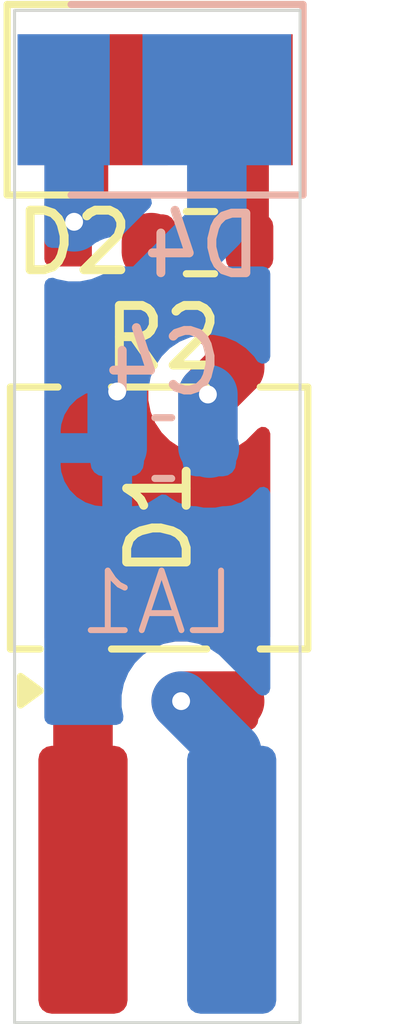
<source format=kicad_pcb>
(kicad_pcb (version 20241229) (generator "pcbnew") (generator_version "9.0")
  (layers (0 "F.Cu" signal) (2 "B.Cu" signal) (13 "F.Paste" user) (15 "B.Paste" user) (5 "F.SilkS" user "F.Silkscreen") (7 "B.SilkS" user "B.Silkscreen") (1 "F.Mask" user) (3 "B.Mask" user) (25 "Edge.Cuts" user))
  (net 0 "")
  (net 1 "GND")
  (net 2 "+12V")
  (net 3 "Net-(LA1--)")
  (net 4 "Net-(LA1-+)")
  (net 5 "/HEAT")
  (net 6 "Net-(D2-A)")
  (footprint "Lampe:Lampenstecker_klein" (layer "F.Cu") (at 92.4 74.1)
    (property "Reference" "LA1" (at 0 -1.15 0) (layer "B.SilkS") (effects (font (thickness 0.1)) (justify mirror)))
    (property "Value" "Lamp")
    (pad "1" smd roundrect (at -1.25 3.5) (size 1.5 4.5) (layers "F.Cu" "F.Mask") (roundrect_rratio 0.15) (net 3 "Net-(LA1--)"))
    (pad "2" smd roundrect (at 1.25 3.5) (size 1.5 4.5) (layers "B.Cu" "B.Mask") (roundrect_rratio 0.15) (net 4 "Net-(LA1-+)"))
  )
  (footprint "LED_SMD:LED_PLCC_2835_Handsoldering" (layer "F.Cu") (at 92.375 64.5)
    (property "Reference" "D2" (at -1.375 2.4 0) (layer "F.SilkS"))
    (property "Value" "LED")
    (fp_line (start -2.5 -1.6) (end -2.5 1.6) (stroke (width 0.12)) (layer "F.SilkS"))
    (fp_line (start 1.4 -1.6) (end -2.5 -1.6) (stroke (width 0.12)) (layer "F.SilkS"))
    (fp_line (start 1.4 1.6) (end -2.5 1.6) (stroke (width 0.12)) (layer "F.SilkS"))
    (pad "1" smd rect (at -1.05 0) (size 2.5 2.2) (layers "F.Cu" "F.Mask" "F.Paste") (net 5 "/HEAT"))
    (pad "2" smd rect (at 1.525 0) (size 1.55 2.2) (layers "F.Cu" "F.Mask" "F.Paste") (net 6 "Net-(D2-A)"))
  )
  (footprint "Resistor_SMD:R_0603_1608Metric" (layer "F.Cu") (at 93.125 66.9)
    (property "Reference" "R2" (at -0.625 1.6 0) (layer "F.SilkS"))
    (property "Value" "200")
    (fp_line (start -0.237258 -0.5225) (end 0.237258 -0.5225) (stroke (width 0.12)) (layer "F.SilkS"))
    (fp_line (start -0.237258 0.5225) (end 0.237258 0.5225) (stroke (width 0.12)) (layer "F.SilkS"))
    (pad "1" smd roundrect (at -0.825 0) (size 0.8 0.95) (layers "F.Cu" "F.Mask" "F.Paste") (net 2 "+12V"))
    (pad "2" smd roundrect (at 0.825 0) (size 0.8 0.95) (layers "F.Cu" "F.Mask" "F.Paste") (net 6 "Net-(D2-A)"))
  )
  (footprint "Package_TO_SOT_SMD:TO-269AA" (layer "F.Cu") (at 92.43 71.525 90)
    (property "Reference" "D1" (at 0 0 90) (layer "F.SilkS"))
    (property "Value" "MB6S")
    (fp_line (start 2.2 -2.5) (end -2.2 -2.5) (stroke (width 0.12)) (layer "F.SilkS"))
    (fp_line (start -2.2 -2.5) (end -2.2 -2) (stroke (width 0.12)) (layer "F.SilkS"))
    (fp_line (start 2.2 -1.7) (end 2.2 -2.5) (stroke (width 0.12)) (layer "F.SilkS"))
    (fp_line (start 2.2 -0.8) (end 2.2 0.8) (stroke (width 0.12)) (layer "F.SilkS"))
    (fp_line (start -2.2 -0.8) (end -2.2 0.8) (stroke (width 0.12)) (layer "F.SilkS"))
    (fp_line (start 2.2 1.7) (end 2.2 2.5) (stroke (width 0.12)) (layer "F.SilkS"))
    (fp_line (start 2.2 2.5) (end -2.2 2.5) (stroke (width 0.12)) (layer "F.SilkS"))
    (fp_line (start -2.2 2.5) (end -2.2 1.7) (stroke (width 0.12)) (layer "F.SilkS"))
    (fp_poly (pts (xy -2.9 -2) (xy -3.14 -2.33) (xy -2.66 -2.33) (xy -2.9 -2)) (stroke (width 0.12)) (fill yes) (layer "F.SilkS"))
    (pad "1" smd roundrect (at -3.075 -1.27 90) (size 1 0.8) (layers "F.Cu" "F.Mask" "F.Paste") (net 3 "Net-(LA1--)"))
    (pad "2" smd roundrect (at -3.075 1.27 90) (size 1 0.8) (layers "F.Cu" "F.Mask" "F.Paste") (net 4 "Net-(LA1-+)"))
    (pad "3" smd roundrect (at 3.075 1.27 90) (size 1 0.8) (layers "F.Cu" "F.Mask" "F.Paste") (net 2 "+12V"))
    (pad "4" smd roundrect (at 3.075 -1.27 90) (size 1 0.8) (layers "F.Cu" "F.Mask" "F.Paste") (net 1 "GND"))
  )
  (footprint "LED_SMD:LED_PLCC_2835_Handsoldering" (layer "B.Cu") (at 92.35 64.5 180)
    (property "Reference" "D4" (at -0.8 -2.45 0) (layer "B.SilkS") (effects (justify mirror)))
    (property "Value" "LED")
    (fp_line (start 1.4 1.6) (end -2.5 1.6) (stroke (width 0.12)) (layer "B.SilkS"))
    (fp_line (start 1.4 -1.6) (end -2.5 -1.6) (stroke (width 0.12)) (layer "B.SilkS"))
    (fp_line (start -2.5 1.6) (end -2.5 -1.6) (stroke (width 0.12)) (layer "B.SilkS"))
    (pad "1" smd rect (at -1.05 0 180) (size 2.5 2.2) (layers "B.Cu" "B.Mask" "B.Paste") (net 1 "GND"))
    (pad "2" smd rect (at 1.525 0 180) (size 1.55 2.2) (layers "B.Cu" "B.Mask" "B.Paste") (net 5 "/HEAT"))
  )
  (footprint "Capacitor_SMD:C_0603_1608Metric" (layer "B.Cu") (at 92.5 70.35 180)
    (property "Reference" "C4" (at 0 1.43 0) (layer "B.SilkS") (effects (justify mirror)))
    (property "Value" "470nF")
    (fp_line (start -0.14058 0.51) (end 0.14058 0.51) (stroke (width 0.12)) (layer "B.SilkS"))
    (fp_line (start -0.14058 -0.51) (end 0.14058 -0.51) (stroke (width 0.12)) (layer "B.SilkS"))
    (pad "1" smd roundrect (at -0.775 0 180) (size 0.9 0.95) (layers "B.Cu" "B.Mask" "B.Paste") (net 2 "+12V"))
    (pad "2" smd roundrect (at 0.775 0 180) (size 0.9 0.95) (layers "B.Cu" "B.Mask" "B.Paste") (net 1 "GND"))
  )
  (gr_rect (start 90 63) (end 94.8 80) (stroke (width 0.05)) (fill no) (layer "Edge.Cuts"))
  (segment (start 91.16 68.835) (end 91.725 69.4) (width 1) (layer "F.Cu") (net 1))
  (segment (start 91.16 68.45) (end 91.16 68.835) (width 1) (layer "F.Cu") (net 1))
  (via (at 91.725 69.4) (size 0.6) (drill 0.3) (layers "F.Cu" "B.Cu") (net 1))
  (segment (start 93.4 64.5) (end 93.4 66.6) (width 1) (layer "B.Cu") (net 1))
  (segment (start 93.4 66.6) (end 91.725 68.275) (width 1) (layer "B.Cu") (net 1))
  (segment (start 91.725 69.4) (end 91.725 70.35) (width 1) (layer "B.Cu") (net 1))
  (segment (start 91.725 68.275) (end 91.725 69.4) (width 1) (layer "B.Cu") (net 1))
  (segment (start 92.3 66.9) (end 92.3 67.05) (width 1) (layer "F.Cu") (net 2))
  (segment (start 93.7 68.45) (end 93.7 69) (width 1) (layer "F.Cu") (net 2))
  (segment (start 92.3 67.05) (end 93.7 68.45) (width 1) (layer "F.Cu") (net 2))
  (segment (start 93.7 69) (end 93.25 69.45) (width 1) (layer "F.Cu") (net 2))
  (via (at 93.25 69.45) (size 0.6) (drill 0.3) (layers "F.Cu" "B.Cu") (net 2))
  (segment (start 93.25 69.45) (end 93.25 70.325) (width 1) (layer "B.Cu") (net 2))
  (segment (start 93.25 70.325) (end 93.275 70.35) (width 1) (layer "B.Cu") (net 2))
  (segment (start 91.15 77.6) (end 91.15 74.61) (width 1) (layer "F.Cu") (net 3))
  (segment (start 91.15 74.61) (end 91.16 74.6) (width 1) (layer "F.Cu") (net 3))
  (segment (start 92.8 74.6) (end 93.7 74.6) (width 1) (layer "F.Cu") (net 4))
  (via (at 92.8 74.6) (size 0.6) (drill 0.3) (layers "F.Cu" "B.Cu") (net 4))
  (segment (start 93.65 75.45) (end 92.8 74.6) (width 1) (layer "B.Cu") (net 4))
  (segment (start 93.65 77.6) (end 93.65 75.45) (width 1) (layer "B.Cu") (net 4))
  (segment (start 91.001 64.824) (end 91.001 66.55) (width 1) (layer "F.Cu") (net 5))
  (segment (start 91.325 64.5) (end 91.001 64.824) (width 1) (layer "F.Cu") (net 5))
  (via (at 91.001 66.55) (size 0.6) (drill 0.3) (layers "F.Cu" "B.Cu") (net 5))
  (segment (start 91.001 66.55) (end 91.001 64.5) (width 1) (layer "B.Cu") (net 5))
  (segment (start 93.9 66.876) (end 93.924 66.9) (width 0.75) (layer "F.Cu") (net 6))
  (segment (start 93.9 64.5) (end 93.9 66.876) (width 0.75) (layer "F.Cu") (net 6))
  (zone (net 1) (net_name "GND") (layers "F.Cu" "B.Cu") (priority 1) (connect_pads (clearance 0.5)) (min_thickness 0.25) (fill yes (thermal_gap 0.5) (thermal_bridge_width 0.5))
    (polygon (pts (xy 90 75) (xy 94.8 75) (xy 94.8 67.3) (xy 90 67.3)))
  )
  (zone (net 5) (net_name "/HEAT") (layers "F.Cu" "B.Cu") (connect_pads (clearance 0.5)) (min_thickness 0.25) (fill yes (thermal_gap 0.5) (thermal_bridge_width 0.5))
    (polygon (pts (xy 90 63) (xy 94.8 63) (xy 94.8 67.3) (xy 90 67.3)))
  )
)
</source>
